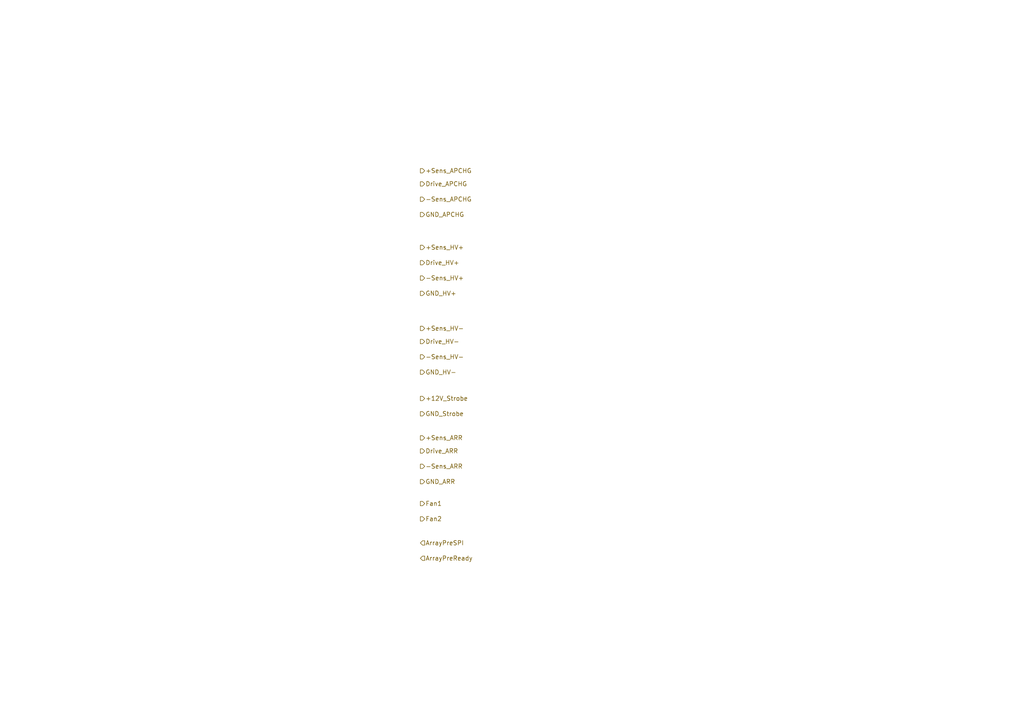
<source format=kicad_sch>
(kicad_sch
	(version 20250114)
	(generator "eeschema")
	(generator_version "9.0")
	(uuid "a969dc67-4f4e-4342-91e8-dc6fdef44822")
	(paper "A4")
	(lib_symbols)
	(hierarchical_label "+Sens_APCHG"
		(shape output)
		(at 121.92 49.53 0)
		(effects
			(font
				(size 1.27 1.27)
			)
			(justify left)
		)
		(uuid "0259f3be-e0ba-4ac5-80f7-6815f69da4d9")
	)
	(hierarchical_label "Drive_ARR"
		(shape output)
		(at 121.92 130.81 0)
		(effects
			(font
				(size 1.27 1.27)
			)
			(justify left)
		)
		(uuid "0f13995c-1be1-470b-8e5d-1b6590ae2a81")
	)
	(hierarchical_label "+Sens_HV-"
		(shape output)
		(at 121.92 95.25 0)
		(effects
			(font
				(size 1.27 1.27)
			)
			(justify left)
		)
		(uuid "0fc34484-2ed3-44b0-890b-4b3f4fb6b5a9")
	)
	(hierarchical_label "-Sens_ARR"
		(shape output)
		(at 121.92 135.255 0)
		(effects
			(font
				(size 1.27 1.27)
			)
			(justify left)
		)
		(uuid "367a45cc-6081-4bce-98c5-393ad19f5ccc")
	)
	(hierarchical_label "-Sens_HV+"
		(shape output)
		(at 121.92 80.645 0)
		(effects
			(font
				(size 1.27 1.27)
			)
			(justify left)
		)
		(uuid "4cae2388-e01e-4e39-9872-4eed55a684ff")
	)
	(hierarchical_label "Drive_HV-"
		(shape output)
		(at 121.92 99.06 0)
		(effects
			(font
				(size 1.27 1.27)
			)
			(justify left)
		)
		(uuid "62782aa0-7e1c-4a14-9e36-d5375e4bd793")
	)
	(hierarchical_label "+Sens_ARR"
		(shape output)
		(at 121.92 127 0)
		(effects
			(font
				(size 1.27 1.27)
			)
			(justify left)
		)
		(uuid "74eb2552-f188-4b83-85b0-bab230129e55")
	)
	(hierarchical_label "GND_HV+"
		(shape output)
		(at 121.92 85.09 0)
		(effects
			(font
				(size 1.27 1.27)
			)
			(justify left)
		)
		(uuid "91fea468-30fb-4635-a6f6-e0956b4a034e")
	)
	(hierarchical_label "Fan1"
		(shape output)
		(at 121.92 146.05 0)
		(effects
			(font
				(size 1.27 1.27)
			)
			(justify left)
		)
		(uuid "98cda7a0-4cd4-49b1-9163-f0972c5b27b7")
	)
	(hierarchical_label "GND_Strobe"
		(shape output)
		(at 121.92 120.015 0)
		(effects
			(font
				(size 1.27 1.27)
			)
			(justify left)
		)
		(uuid "a5f51414-a0bf-4d48-bb46-4b7f98925ab5")
	)
	(hierarchical_label "ArrayPreReady"
		(shape input)
		(at 121.92 161.925 0)
		(effects
			(font
				(size 1.27 1.27)
			)
			(justify left)
		)
		(uuid "ac9e6929-7443-4291-ad47-33e5855613ed")
	)
	(hierarchical_label "GND_HV-"
		(shape output)
		(at 121.92 107.95 0)
		(effects
			(font
				(size 1.27 1.27)
			)
			(justify left)
		)
		(uuid "b8334daf-4b87-4db9-a62a-2f77ecbc134a")
	)
	(hierarchical_label "ArrayPreSPI"
		(shape input)
		(at 121.92 157.48 0)
		(effects
			(font
				(size 1.27 1.27)
			)
			(justify left)
		)
		(uuid "c6e9297e-77fb-453b-92b5-22b45a268a76")
	)
	(hierarchical_label "-Sens_APCHG"
		(shape output)
		(at 121.92 57.785 0)
		(effects
			(font
				(size 1.27 1.27)
			)
			(justify left)
		)
		(uuid "c85329a0-80d3-413b-af9a-d7739714a4d3")
	)
	(hierarchical_label "Drive_APCHG"
		(shape output)
		(at 121.92 53.34 0)
		(effects
			(font
				(size 1.27 1.27)
			)
			(justify left)
		)
		(uuid "ccd75dac-ca4e-4f81-94ff-0102d6ecbd14")
	)
	(hierarchical_label "GND_APCHG"
		(shape output)
		(at 121.92 62.23 0)
		(effects
			(font
				(size 1.27 1.27)
			)
			(justify left)
		)
		(uuid "d3092136-f72b-4662-9ad8-a442b446066f")
	)
	(hierarchical_label "GND_ARR"
		(shape output)
		(at 121.92 139.7 0)
		(effects
			(font
				(size 1.27 1.27)
			)
			(justify left)
		)
		(uuid "dab81ca4-3c1a-41c7-8805-8304da7ba1d6")
	)
	(hierarchical_label "Drive_HV+"
		(shape output)
		(at 121.92 76.2 0)
		(effects
			(font
				(size 1.27 1.27)
			)
			(justify left)
		)
		(uuid "dca2c662-5544-4517-accb-2351f639240d")
	)
	(hierarchical_label "-Sens_HV-"
		(shape output)
		(at 121.92 103.505 0)
		(effects
			(font
				(size 1.27 1.27)
			)
			(justify left)
		)
		(uuid "e432b860-5f92-4b15-8114-73abb08631f4")
	)
	(hierarchical_label "+12V_Strobe"
		(shape output)
		(at 121.92 115.57 0)
		(effects
			(font
				(size 1.27 1.27)
			)
			(justify left)
		)
		(uuid "eb6925c7-5b5e-426a-adf7-942eaea0468c")
	)
	(hierarchical_label "Fan2"
		(shape output)
		(at 121.92 150.495 0)
		(effects
			(font
				(size 1.27 1.27)
			)
			(justify left)
		)
		(uuid "f1b03823-4457-4d62-a3cd-1e2799aafd13")
	)
	(hierarchical_label "+Sens_HV+"
		(shape output)
		(at 121.92 71.755 0)
		(effects
			(font
				(size 1.27 1.27)
			)
			(justify left)
		)
		(uuid "f23ce333-5aaa-4f00-86c3-b4038e9027b7")
	)
)

</source>
